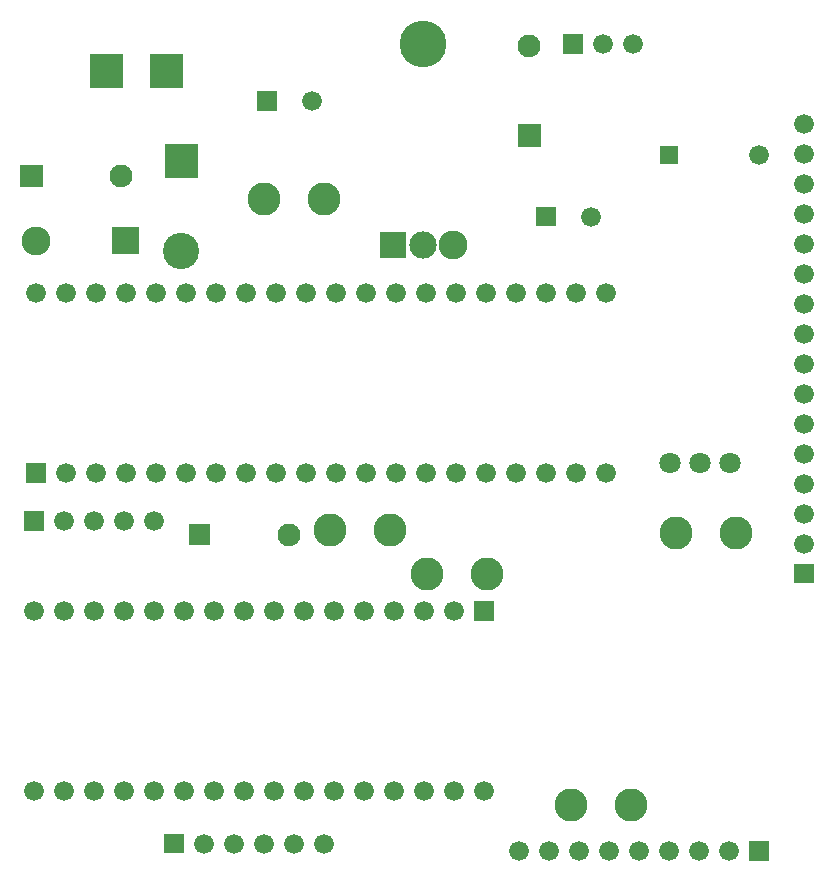
<source format=gbr>
G04 start of page 5 for group -4063 idx -4063 *
G04 Title: (unknown), componentmask *
G04 Creator: pcb 20110918 *
G04 CreationDate: Sun 05 Oct 2014 03:57:46 PM GMT UTC *
G04 For: kyle *
G04 Format: Gerber/RS-274X *
G04 PCB-Dimensions: 300000 300000 *
G04 PCB-Coordinate-Origin: lower left *
%MOIN*%
%FSLAX25Y25*%
%LNTOPMASK*%
%ADD76C,0.1210*%
%ADD75C,0.0760*%
%ADD74C,0.1560*%
%ADD73C,0.0910*%
%ADD72C,0.1100*%
%ADD71C,0.0710*%
%ADD70C,0.0960*%
%ADD69C,0.0001*%
%ADD68C,0.0660*%
G54D68*X149000Y141000D03*
X159000D03*
X169000D03*
X179000D03*
X199000D03*
X209000D03*
Y201000D03*
X199000D03*
X189000D03*
X179000D03*
X169000D03*
X159000D03*
X149000D03*
X139000D03*
G54D69*G36*
X133700Y221300D02*Y212700D01*
X142300D01*
Y221300D01*
X133700D01*
G37*
G54D70*X158000Y217000D03*
G54D68*X189000Y141000D03*
G54D71*X250500Y144500D03*
X240500D03*
X230500D03*
G54D69*G36*
X271700Y110800D02*Y104200D01*
X278300D01*
Y110800D01*
X271700D01*
G37*
G54D72*X169500Y107500D03*
X149500D03*
G54D68*X275000Y117500D03*
Y127500D03*
Y137500D03*
Y147500D03*
G54D72*X252500Y121000D03*
X232500D03*
G54D68*X275000Y157500D03*
Y167500D03*
Y177500D03*
Y187500D03*
Y197500D03*
Y207500D03*
Y217500D03*
Y227500D03*
Y237500D03*
Y247500D03*
Y257500D03*
G54D69*G36*
X226950Y250050D02*Y243950D01*
X233050D01*
Y250050D01*
X226950D01*
G37*
G36*
X185700Y229800D02*Y223200D01*
X192300D01*
Y229800D01*
X185700D01*
G37*
G54D68*X204000Y226500D03*
X260000Y247000D03*
G54D73*X148000Y217000D03*
G54D74*Y284000D03*
G54D69*G36*
X179700Y257300D02*Y249700D01*
X187300D01*
Y257300D01*
X179700D01*
G37*
G54D75*X183500Y283500D03*
G54D69*G36*
X194700Y287300D02*Y280700D01*
X201300D01*
Y287300D01*
X194700D01*
G37*
G54D68*X208000Y284000D03*
X218000D03*
X99000Y141000D03*
X109000D03*
X119000D03*
X129000D03*
X139000D03*
G54D72*X137000Y122000D03*
X117000D03*
G54D68*X49000Y141000D03*
X59000D03*
X69000D03*
X79000D03*
G54D69*G36*
X15700Y144300D02*Y137700D01*
X22300D01*
Y144300D01*
X15700D01*
G37*
G54D68*X29000Y141000D03*
X39000D03*
X89000D03*
G54D69*G36*
X69950Y124050D02*Y116950D01*
X77050D01*
Y124050D01*
X69950D01*
G37*
G54D75*X103500Y120500D03*
G54D69*G36*
X15200Y128300D02*Y121700D01*
X21800D01*
Y128300D01*
X15200D01*
G37*
G54D68*X28500Y125000D03*
X38500D03*
X48500D03*
X58500D03*
X129000Y201000D03*
X119000D03*
X109000D03*
X99000D03*
G54D69*G36*
X92700Y268300D02*Y261700D01*
X99300D01*
Y268300D01*
X92700D01*
G37*
G54D68*X111000Y265000D03*
G54D72*X115000Y232500D03*
X95000D03*
G54D68*X89000Y201000D03*
X79000D03*
X69000D03*
X59000D03*
X49000D03*
G54D75*X47500Y240000D03*
G54D69*G36*
X44450Y223050D02*Y213950D01*
X53550D01*
Y223050D01*
X44450D01*
G37*
G36*
X61950Y250550D02*Y239450D01*
X73050D01*
Y250550D01*
X61950D01*
G37*
G54D76*X67500Y215000D03*
G54D69*G36*
X56950Y280550D02*Y269450D01*
X68050D01*
Y280550D01*
X56950D01*
G37*
G54D68*X39000Y201000D03*
G54D69*G36*
X36950Y280550D02*Y269450D01*
X48050D01*
Y280550D01*
X36950D01*
G37*
G54D68*X29000Y201000D03*
X19000D03*
G54D69*G36*
X13700Y243800D02*Y236200D01*
X21300D01*
Y243800D01*
X13700D01*
G37*
G54D70*X19000Y218500D03*
G54D69*G36*
X256700Y18300D02*Y11700D01*
X263300D01*
Y18300D01*
X256700D01*
G37*
G54D68*X250000Y15000D03*
X240000D03*
X230000D03*
X220000D03*
X210000D03*
X200000D03*
X190000D03*
X180000D03*
G54D69*G36*
X61700Y20800D02*Y14200D01*
X68300D01*
Y20800D01*
X61700D01*
G37*
G54D68*X75000Y17500D03*
X85000D03*
X95000D03*
X105000D03*
X115000D03*
G54D69*G36*
X165200Y98300D02*Y91700D01*
X171800D01*
Y98300D01*
X165200D01*
G37*
G54D68*X158500Y95000D03*
X148500D03*
X138500D03*
X128500D03*
X118500D03*
X108500D03*
X98500D03*
X88500D03*
X78500D03*
X68500D03*
X58500D03*
X48500D03*
X38500D03*
X28500D03*
X18500D03*
Y35000D03*
X28500D03*
X38500D03*
X48500D03*
X58500D03*
X68500D03*
X78500D03*
X88500D03*
X98500D03*
X108500D03*
X118500D03*
X128500D03*
X138500D03*
X148500D03*
X158500D03*
X168500D03*
G54D72*X217500Y30500D03*
X197500D03*
M02*

</source>
